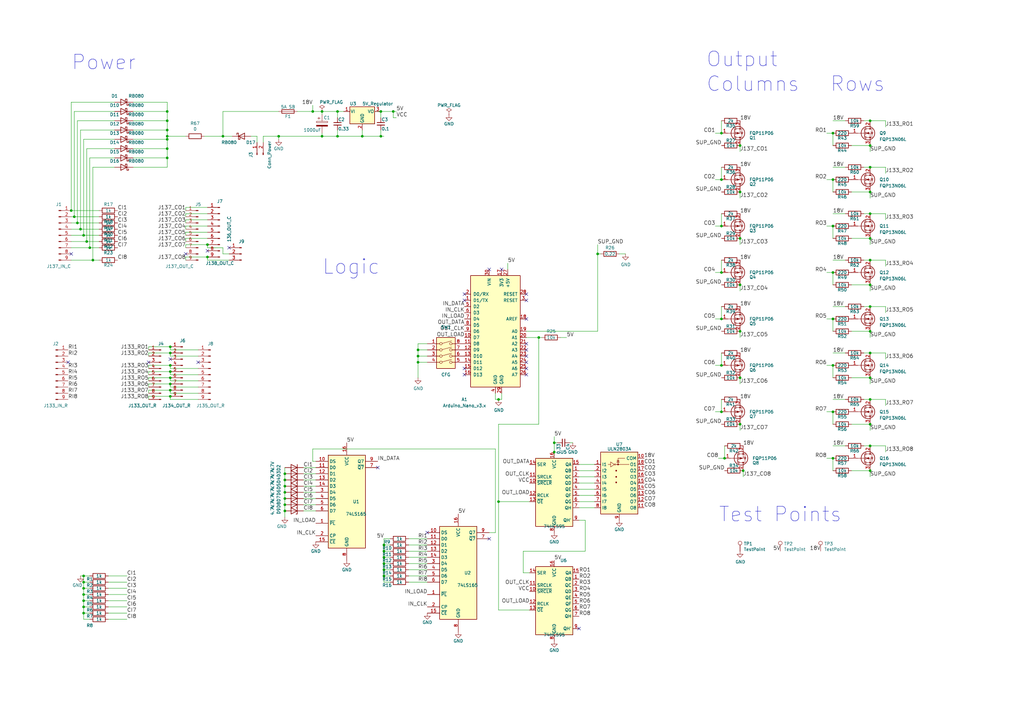
<source format=kicad_sch>
(kicad_sch (version 20211123) (generator eeschema)
  (paper "A3")
  (title_block (title "afterglow") (rev "1.5") (company "bitfield labs"))
  (junction (at 356.87 68.58))
  (junction (at 69.85 144.78))
  (junction (at 34.29 246.38))
  (junction (at 297.18 187.96))
  (junction (at 132.08 45.72))
  (junction (at 303.53 135.89))
  (junction (at 68.58 64.77))
  (junction (at 85.09 100.33))
  (junction (at 356.87 78.74))
  (junction (at 295.91 130.81))
  (junction (at 34.29 96.52))
  (junction (at 295.91 54.61))
  (junction (at 157.48 228.6))
  (junction (at 341.63 92.71))
  (junction (at 34.29 251.46))
  (junction (at 341.63 168.91))
  (junction (at 303.53 59.69))
  (junction (at 31.75 91.44))
  (junction (at 34.29 238.76))
  (junction (at 295.91 92.71))
  (junction (at 116.84 201.93))
  (junction (at 171.45 146.05))
  (junction (at 68.58 45.72))
  (junction (at 69.85 162.56))
  (junction (at 68.58 57.15))
  (junction (at 91.44 55.88))
  (junction (at 356.87 163.83))
  (junction (at 161.29 45.72))
  (junction (at 114.3 55.88))
  (junction (at 303.53 78.74))
  (junction (at 157.48 226.06))
  (junction (at 156.21 45.72))
  (junction (at 69.85 142.24))
  (junction (at 34.29 243.84))
  (junction (at 304.8 193.04))
  (junction (at 30.48 88.9))
  (junction (at 295.91 73.66))
  (junction (at 303.53 97.79))
  (junction (at 303.53 116.84))
  (junction (at 171.45 143.51))
  (junction (at 157.48 236.22))
  (junction (at 69.85 157.48))
  (junction (at 138.43 45.72))
  (junction (at 220.98 138.43))
  (junction (at 171.45 148.59))
  (junction (at 356.87 97.79))
  (junction (at 68.58 53.34))
  (junction (at 341.63 149.86))
  (junction (at 138.43 55.88))
  (junction (at 356.87 154.94))
  (junction (at 157.48 223.52))
  (junction (at 34.29 241.3))
  (junction (at 245.11 104.14))
  (junction (at 204.47 163.83))
  (junction (at 227.33 185.42))
  (junction (at 38.1 106.68))
  (junction (at 204.47 205.74))
  (junction (at 29.21 86.36))
  (junction (at 85.09 105.41))
  (junction (at 356.87 193.04))
  (junction (at 128.27 45.72))
  (junction (at 34.29 248.92))
  (junction (at 132.08 55.88))
  (junction (at 35.56 99.06))
  (junction (at 116.84 199.39))
  (junction (at 148.59 55.88))
  (junction (at 356.87 182.88))
  (junction (at 356.87 116.84))
  (junction (at 303.53 173.99))
  (junction (at 356.87 87.63))
  (junction (at 356.87 59.69))
  (junction (at 34.29 236.22))
  (junction (at 69.85 152.4))
  (junction (at 341.63 54.61))
  (junction (at 341.63 73.66))
  (junction (at 116.84 207.01))
  (junction (at 295.91 149.86))
  (junction (at 295.91 111.76))
  (junction (at 116.84 204.47))
  (junction (at 116.84 196.85))
  (junction (at 341.63 111.76))
  (junction (at 356.87 173.99))
  (junction (at 356.87 135.89))
  (junction (at 116.84 209.55))
  (junction (at 156.21 55.88))
  (junction (at 33.02 93.98))
  (junction (at 68.58 60.96))
  (junction (at 68.58 49.53))
  (junction (at 69.85 154.94))
  (junction (at 356.87 144.78))
  (junction (at 356.87 49.53))
  (junction (at 157.48 231.14))
  (junction (at 295.91 168.91))
  (junction (at 36.83 101.6))
  (junction (at 69.85 149.86))
  (junction (at 341.63 130.81))
  (junction (at 157.48 233.68))
  (junction (at 68.58 55.88))
  (junction (at 303.53 154.94))
  (junction (at 356.87 125.73))
  (junction (at 341.63 187.96))
  (junction (at 356.87 106.68))
  (junction (at 69.85 160.02))
  (junction (at 227.33 181.61))
  (junction (at 116.84 194.31))
  (no_connect (at 215.9 143.51))
  (no_connect (at 175.26 218.44))
  (no_connect (at 76.2 104.14))
  (no_connect (at 154.94 191.77))
  (no_connect (at 215.9 140.97))
  (no_connect (at 200.66 220.98))
  (no_connect (at 85.09 102.87))
  (no_connect (at 190.5 153.67))
  (no_connect (at 200.66 110.49))
  (no_connect (at 215.9 120.65))
  (no_connect (at 93.98 101.6))
  (no_connect (at 215.9 148.59))
  (no_connect (at 29.21 104.14))
  (no_connect (at 205.74 110.49))
  (no_connect (at 69.85 147.32))
  (no_connect (at 81.28 148.59))
  (no_connect (at 215.9 130.81))
  (no_connect (at 190.5 123.19))
  (no_connect (at 27.94 148.59))
  (no_connect (at 215.9 146.05))
  (no_connect (at 190.5 120.65))
  (no_connect (at 190.5 151.13))
  (no_connect (at 215.9 123.19))
  (no_connect (at 215.9 151.13))
  (no_connect (at 215.9 153.67))
  (no_connect (at 237.49 257.81))
  (no_connect (at 60.96 148.59))
  (wire (pts (xy 107.95 58.42) (xy 107.95 55.88)))
  (wire (pts (xy 69.85 152.4) (xy 60.96 152.4)))
  (wire (pts (xy 54.61 45.72) (xy 68.58 45.72)))
  (wire (pts (xy 157.48 220.98) (xy 157.48 223.52)))
  (wire (pts (xy 68.58 41.91) (xy 68.58 45.72)))
  (wire (pts (xy 76.2 92.71) (xy 76.2 93.98)))
  (wire (pts (xy 356.87 163.83) (xy 363.22 163.83)))
  (wire (pts (xy 69.85 158.75) (xy 69.85 157.48)))
  (wire (pts (xy 69.85 153.67) (xy 69.85 152.4)))
  (wire (pts (xy 363.22 163.83) (xy 363.22 166.37)))
  (wire (pts (xy 303.53 116.84) (xy 303.53 119.38)))
  (wire (pts (xy 34.29 96.52) (xy 34.29 57.15)))
  (wire (pts (xy 85.09 105.41) (xy 76.2 105.41)))
  (wire (pts (xy 69.85 154.94) (xy 60.96 154.94)))
  (wire (pts (xy 30.48 88.9) (xy 29.21 88.9)))
  (wire (pts (xy 52.07 248.92) (xy 44.45 248.92)))
  (wire (pts (xy 161.29 48.26) (xy 162.56 48.26)))
  (wire (pts (xy 81.28 143.51) (xy 69.85 143.51)))
  (wire (pts (xy 69.85 143.51) (xy 69.85 142.24)))
  (wire (pts (xy 341.63 144.78) (xy 346.71 144.78)))
  (wire (pts (xy 303.53 78.74) (xy 303.53 81.28)))
  (wire (pts (xy 121.92 45.72) (xy 128.27 45.72)))
  (wire (pts (xy 116.84 196.85) (xy 116.84 199.39)))
  (wire (pts (xy 303.53 59.69) (xy 303.53 62.23)))
  (wire (pts (xy 60.96 152.4) (xy 60.96 153.67)))
  (wire (pts (xy 341.63 182.88) (xy 346.71 182.88)))
  (wire (pts (xy 148.59 55.88) (xy 156.21 55.88)))
  (wire (pts (xy 116.84 194.31) (xy 116.84 196.85)))
  (wire (pts (xy 157.48 238.76) (xy 160.02 238.76)))
  (wire (pts (xy 341.63 130.81) (xy 339.09 130.81)))
  (wire (pts (xy 69.85 163.83) (xy 81.28 163.83)))
  (wire (pts (xy 69.85 144.78) (xy 60.96 144.78)))
  (wire (pts (xy 346.71 106.68) (xy 341.63 106.68)))
  (wire (pts (xy 243.84 198.12) (xy 237.49 198.12)))
  (wire (pts (xy 85.09 100.33) (xy 76.2 100.33)))
  (wire (pts (xy 354.33 87.63) (xy 356.87 87.63)))
  (wire (pts (xy 34.29 248.92) (xy 34.29 251.46)))
  (wire (pts (xy 227.33 181.61) (xy 227.33 185.42)))
  (wire (pts (xy 95.25 55.88) (xy 91.44 55.88)))
  (wire (pts (xy 356.87 97.79) (xy 356.87 100.33)))
  (wire (pts (xy 245.11 104.14) (xy 246.38 104.14)))
  (wire (pts (xy 157.48 231.14) (xy 157.48 233.68)))
  (wire (pts (xy 129.54 196.85) (xy 124.46 196.85)))
  (wire (pts (xy 293.37 54.61) (xy 295.91 54.61)))
  (wire (pts (xy 34.29 236.22) (xy 36.83 236.22)))
  (wire (pts (xy 356.87 78.74) (xy 356.87 81.28)))
  (wire (pts (xy 69.85 151.13) (xy 69.85 149.86)))
  (wire (pts (xy 356.87 106.68) (xy 363.22 106.68)))
  (wire (pts (xy 30.48 88.9) (xy 30.48 45.72)))
  (wire (pts (xy 303.53 135.89) (xy 303.53 138.43)))
  (wire (pts (xy 69.85 160.02) (xy 60.96 160.02)))
  (wire (pts (xy 36.83 101.6) (xy 36.83 64.77)))
  (wire (pts (xy 52.07 251.46) (xy 44.45 251.46)))
  (wire (pts (xy 129.54 189.23) (xy 128.27 189.23)))
  (wire (pts (xy 363.22 182.88) (xy 363.22 185.42)))
  (wire (pts (xy 116.84 204.47) (xy 116.84 207.01)))
  (wire (pts (xy 33.02 53.34) (xy 46.99 53.34)))
  (wire (pts (xy 175.26 146.05) (xy 171.45 146.05)))
  (wire (pts (xy 356.87 68.58) (xy 363.22 68.58)))
  (wire (pts (xy 54.61 57.15) (xy 68.58 57.15)))
  (wire (pts (xy 341.63 49.53) (xy 346.71 49.53)))
  (wire (pts (xy 157.48 236.22) (xy 157.48 238.76)))
  (wire (pts (xy 157.48 233.68) (xy 157.48 236.22)))
  (wire (pts (xy 341.63 92.71) (xy 339.09 92.71)))
  (wire (pts (xy 363.22 49.53) (xy 363.22 52.07)))
  (wire (pts (xy 303.53 173.99) (xy 303.53 176.53)))
  (wire (pts (xy 85.09 95.25) (xy 76.2 95.25)))
  (wire (pts (xy 68.58 45.72) (xy 68.58 49.53)))
  (wire (pts (xy 341.63 163.83) (xy 346.71 163.83)))
  (wire (pts (xy 129.54 194.31) (xy 124.46 194.31)))
  (wire (pts (xy 203.2 218.44) (xy 203.2 184.15)))
  (wire (pts (xy 167.64 226.06) (xy 175.26 226.06)))
  (wire (pts (xy 341.63 87.63) (xy 346.71 87.63)))
  (wire (pts (xy 203.2 161.29) (xy 203.2 163.83)))
  (wire (pts (xy 34.29 238.76) (xy 34.29 241.3)))
  (wire (pts (xy 157.48 226.06) (xy 157.48 228.6)))
  (wire (pts (xy 215.9 138.43) (xy 220.98 138.43)))
  (wire (pts (xy 295.91 168.91) (xy 295.91 163.83)))
  (wire (pts (xy 138.43 53.34) (xy 138.43 55.88)))
  (wire (pts (xy 161.29 45.72) (xy 162.56 45.72)))
  (wire (pts (xy 341.63 68.58) (xy 346.71 68.58)))
  (wire (pts (xy 157.48 226.06) (xy 160.02 226.06)))
  (wire (pts (xy 76.2 97.79) (xy 76.2 99.06)))
  (wire (pts (xy 233.68 181.61) (xy 234.95 181.61)))
  (wire (pts (xy 349.25 78.74) (xy 356.87 78.74)))
  (wire (pts (xy 114.3 55.88) (xy 132.08 55.88)))
  (wire (pts (xy 60.96 162.56) (xy 60.96 163.83)))
  (wire (pts (xy 83.82 55.88) (xy 91.44 55.88)))
  (wire (pts (xy 35.56 99.06) (xy 35.56 60.96)))
  (wire (pts (xy 54.61 41.91) (xy 68.58 41.91)))
  (wire (pts (xy 156.21 45.72) (xy 161.29 45.72)))
  (wire (pts (xy 171.45 146.05) (xy 171.45 148.59)))
  (wire (pts (xy 354.33 68.58) (xy 356.87 68.58)))
  (wire (pts (xy 52.07 243.84) (xy 44.45 243.84)))
  (wire (pts (xy 29.21 99.06) (xy 35.56 99.06)))
  (wire (pts (xy 76.2 85.09) (xy 85.09 85.09)))
  (wire (pts (xy 68.58 57.15) (xy 68.58 60.96)))
  (wire (pts (xy 356.87 59.69) (xy 356.87 62.23)))
  (wire (pts (xy 356.87 173.99) (xy 356.87 176.53)))
  (wire (pts (xy 171.45 143.51) (xy 171.45 146.05)))
  (wire (pts (xy 156.21 55.88) (xy 157.48 55.88)))
  (wire (pts (xy 245.11 104.14) (xy 245.11 135.89)))
  (wire (pts (xy 175.26 223.52) (xy 167.64 223.52)))
  (wire (pts (xy 354.33 49.53) (xy 356.87 49.53)))
  (wire (pts (xy 35.56 60.96) (xy 46.99 60.96)))
  (wire (pts (xy 34.29 57.15) (xy 46.99 57.15)))
  (wire (pts (xy 237.49 208.28) (xy 243.84 208.28)))
  (wire (pts (xy 254 104.14) (xy 256.54 104.14)))
  (wire (pts (xy 167.64 236.22) (xy 175.26 236.22)))
  (wire (pts (xy 68.58 49.53) (xy 68.58 53.34)))
  (wire (pts (xy 33.02 236.22) (xy 34.29 236.22)))
  (wire (pts (xy 69.85 146.05) (xy 69.85 144.78)))
  (wire (pts (xy 60.96 154.94) (xy 60.96 156.21)))
  (wire (pts (xy 116.84 201.93) (xy 116.84 204.47)))
  (wire (pts (xy 175.26 233.68) (xy 167.64 233.68)))
  (wire (pts (xy 356.87 116.84) (xy 356.87 119.38)))
  (wire (pts (xy 295.91 92.71) (xy 293.37 92.71)))
  (wire (pts (xy 116.84 209.55) (xy 116.84 212.09)))
  (wire (pts (xy 293.37 168.91) (xy 295.91 168.91)))
  (wire (pts (xy 160.02 220.98) (xy 157.48 220.98)))
  (wire (pts (xy 68.58 55.88) (xy 76.2 55.88)))
  (wire (pts (xy 54.61 64.77) (xy 68.58 64.77)))
  (wire (pts (xy 297.18 187.96) (xy 294.64 187.96)))
  (wire (pts (xy 81.28 161.29) (xy 69.85 161.29)))
  (wire (pts (xy 227.33 181.61) (xy 228.6 181.61)))
  (wire (pts (xy 175.26 140.97) (xy 171.45 140.97)))
  (wire (pts (xy 208.28 110.49) (xy 208.28 107.95)))
  (wire (pts (xy 204.47 163.83) (xy 205.74 163.83)))
  (wire (pts (xy 31.75 49.53) (xy 46.99 49.53)))
  (wire (pts (xy 240.03 226.06) (xy 240.03 213.36)))
  (wire (pts (xy 363.22 87.63) (xy 363.22 90.17)))
  (wire (pts (xy 34.29 246.38) (xy 36.83 246.38)))
  (wire (pts (xy 157.48 236.22) (xy 160.02 236.22)))
  (wire (pts (xy 157.48 228.6) (xy 160.02 228.6)))
  (wire (pts (xy 293.37 149.86) (xy 295.91 149.86)))
  (wire (pts (xy 240.03 213.36) (xy 237.49 213.36)))
  (wire (pts (xy 132.08 45.72) (xy 132.08 46.99)))
  (wire (pts (xy 69.85 149.86) (xy 60.96 149.86)))
  (wire (pts (xy 295.91 130.81) (xy 293.37 130.81)))
  (wire (pts (xy 363.22 144.78) (xy 363.22 147.32)))
  (wire (pts (xy 156.21 45.72) (xy 156.21 48.26)))
  (wire (pts (xy 237.49 195.58) (xy 243.84 195.58)))
  (wire (pts (xy 116.84 199.39) (xy 116.84 201.93)))
  (wire (pts (xy 356.87 173.99) (xy 349.25 173.99)))
  (wire (pts (xy 243.84 205.74) (xy 237.49 205.74)))
  (wire (pts (xy 76.2 86.36) (xy 76.2 85.09)))
  (wire (pts (xy 132.08 54.61) (xy 132.08 55.88)))
  (wire (pts (xy 68.58 60.96) (xy 68.58 64.77)))
  (wire (pts (xy 44.45 238.76) (xy 52.07 238.76)))
  (wire (pts (xy 341.63 97.79) (xy 341.63 92.71)))
  (wire (pts (xy 33.02 93.98) (xy 40.64 93.98)))
  (wire (pts (xy 220.98 138.43) (xy 220.98 173.99)))
  (wire (pts (xy 124.46 209.55) (xy 129.54 209.55)))
  (wire (pts (xy 129.54 207.01) (xy 124.46 207.01)))
  (wire (pts (xy 81.28 153.67) (xy 69.85 153.67)))
  (wire (pts (xy 171.45 148.59) (xy 171.45 154.94)))
  (wire (pts (xy 341.63 187.96) (xy 339.09 187.96)))
  (wire (pts (xy 349.25 116.84) (xy 356.87 116.84)))
  (wire (pts (xy 35.56 99.06) (xy 40.64 99.06)))
  (wire (pts (xy 60.96 144.78) (xy 60.96 146.05)))
  (wire (pts (xy 34.29 248.92) (xy 36.83 248.92)))
  (wire (pts (xy 29.21 93.98) (xy 33.02 93.98)))
  (wire (pts (xy 356.87 182.88) (xy 363.22 182.88)))
  (wire (pts (xy 76.2 88.9) (xy 76.2 87.63)))
  (wire (pts (xy 243.84 193.04) (xy 237.49 193.04)))
  (wire (pts (xy 349.25 193.04) (xy 356.87 193.04)))
  (wire (pts (xy 215.9 135.89) (xy 245.11 135.89)))
  (wire (pts (xy 160.02 223.52) (xy 157.48 223.52)))
  (wire (pts (xy 354.33 125.73) (xy 356.87 125.73)))
  (wire (pts (xy 157.48 228.6) (xy 157.48 231.14)))
  (wire (pts (xy 303.53 97.79) (xy 303.53 100.33)))
  (wire (pts (xy 29.21 41.91) (xy 46.99 41.91)))
  (wire (pts (xy 356.87 144.78) (xy 363.22 144.78)))
  (wire (pts (xy 34.29 246.38) (xy 34.29 248.92)))
  (wire (pts (xy 60.96 160.02) (xy 60.96 161.29)))
  (wire (pts (xy 363.22 106.68) (xy 363.22 109.22)))
  (wire (pts (xy 167.64 231.14) (xy 175.26 231.14)))
  (wire (pts (xy 132.08 55.88) (xy 138.43 55.88)))
  (wire (pts (xy 356.87 193.04) (xy 356.87 195.58)))
  (wire (pts (xy 30.48 45.72) (xy 46.99 45.72)))
  (wire (pts (xy 175.26 148.59) (xy 171.45 148.59)))
  (wire (pts (xy 204.47 250.19) (xy 217.17 250.19)))
  (wire (pts (xy 31.75 91.44) (xy 40.64 91.44)))
  (wire (pts (xy 341.63 149.86) (xy 339.09 149.86)))
  (wire (pts (xy 295.91 111.76) (xy 293.37 111.76)))
  (wire (pts (xy 68.58 53.34) (xy 68.58 55.88)))
  (wire (pts (xy 229.87 138.43) (xy 232.41 138.43)))
  (wire (pts (xy 85.09 92.71) (xy 76.2 92.71)))
  (wire (pts (xy 68.58 55.88) (xy 68.58 57.15)))
  (wire (pts (xy 204.47 250.19) (xy 204.47 205.74)))
  (wire (pts (xy 237.49 200.66) (xy 243.84 200.66)))
  (wire (pts (xy 69.85 157.48) (xy 60.96 157.48)))
  (wire (pts (xy 44.45 254) (xy 52.07 254)))
  (wire (pts (xy 34.29 254) (xy 36.83 254)))
  (wire (pts (xy 341.63 111.76) (xy 341.63 116.84)))
  (wire (pts (xy 203.2 163.83) (xy 204.47 163.83)))
  (wire (pts (xy 54.61 60.96) (xy 68.58 60.96)))
  (wire (pts (xy 356.87 87.63) (xy 363.22 87.63)))
  (wire (pts (xy 69.85 163.83) (xy 69.85 162.56)))
  (wire (pts (xy 341.63 111.76) (xy 339.09 111.76)))
  (wire (pts (xy 30.48 88.9) (xy 40.64 88.9)))
  (wire (pts (xy 156.21 55.88) (xy 156.21 53.34)))
  (wire (pts (xy 205.74 163.83) (xy 205.74 161.29)))
  (wire (pts (xy 214.63 226.06) (xy 240.03 226.06)))
  (wire (pts (xy 128.27 45.72) (xy 132.08 45.72)))
  (wire (pts (xy 214.63 234.95) (xy 214.63 226.06)))
  (wire (pts (xy 349.25 97.79) (xy 356.87 97.79)))
  (wire (pts (xy 124.46 199.39) (xy 129.54 199.39)))
  (wire (pts (xy 363.22 125.73) (xy 363.22 128.27)))
  (wire (pts (xy 341.63 168.91) (xy 339.09 168.91)))
  (wire (pts (xy 295.91 87.63) (xy 295.91 92.71)))
  (wire (pts (xy 341.63 193.04) (xy 341.63 187.96)))
  (wire (pts (xy 76.2 87.63) (xy 85.09 87.63)))
  (wire (pts (xy 91.44 104.14) (xy 91.44 101.6)))
  (wire (pts (xy 76.2 91.44) (xy 76.2 90.17)))
  (wire (pts (xy 34.29 96.52) (xy 29.21 96.52)))
  (wire (pts (xy 29.21 86.36) (xy 40.64 86.36)))
  (wire (pts (xy 85.09 106.68) (xy 85.09 105.41)))
  (wire (pts (xy 175.26 238.76) (xy 167.64 238.76)))
  (wire (pts (xy 237.49 190.5) (xy 243.84 190.5)))
  (wire (pts (xy 44.45 236.22) (xy 52.07 236.22)))
  (wire (pts (xy 356.87 125.73) (xy 363.22 125.73)))
  (wire (pts (xy 200.66 218.44) (xy 203.2 218.44)))
  (wire (pts (xy 128.27 43.18) (xy 128.27 45.72)))
  (wire (pts (xy 76.2 105.41) (xy 76.2 106.68)))
  (wire (pts (xy 128.27 184.15) (xy 203.2 184.15)))
  (wire (pts (xy 38.1 106.68) (xy 40.64 106.68)))
  (wire (pts (xy 171.45 140.97) (xy 171.45 143.51)))
  (wire (pts (xy 36.83 238.76) (xy 34.29 238.76)))
  (wire (pts (xy 341.63 59.69) (xy 341.63 54.61)))
  (wire (pts (xy 128.27 189.23) (xy 128.27 184.15)))
  (wire (pts (xy 93.98 106.68) (xy 85.09 106.68)))
  (wire (pts (xy 29.21 91.44) (xy 31.75 91.44)))
  (wire (pts (xy 132.08 45.72) (xy 138.43 45.72)))
  (wire (pts (xy 36.83 101.6) (xy 40.64 101.6)))
  (wire (pts (xy 34.29 241.3) (xy 34.29 243.84)))
  (wire (pts (xy 68.58 64.77) (xy 68.58 68.58)))
  (wire (pts (xy 29.21 101.6) (xy 36.83 101.6)))
  (wire (pts (xy 227.33 185.42) (xy 227.33 187.96)))
  (wire (pts (xy 69.85 142.24) (xy 60.96 142.24)))
  (wire (pts (xy 349.25 59.69) (xy 356.87 59.69)))
  (wire (pts (xy 69.85 161.29) (xy 69.85 160.02)))
  (wire (pts (xy 217.17 234.95) (xy 214.63 234.95)))
  (wire (pts (xy 354.33 163.83) (xy 356.87 163.83)))
  (wire (pts (xy 54.61 49.53) (xy 68.58 49.53)))
  (wire (pts (xy 356.87 135.89) (xy 356.87 138.43)))
  (wire (pts (xy 204.47 173.99) (xy 204.47 205.74)))
  (wire (pts (xy 304.8 193.04) (xy 304.8 195.58)))
  (wire (pts (xy 148.59 53.34) (xy 148.59 55.88)))
  (wire (pts (xy 303.53 154.94) (xy 303.53 157.48)))
  (wire (pts (xy 102.87 55.88) (xy 105.41 55.88)))
  (wire (pts (xy 227.33 181.61) (xy 227.33 179.07)))
  (wire (pts (xy 175.26 143.51) (xy 171.45 143.51)))
  (wire (pts (xy 29.21 86.36) (xy 29.21 41.91)))
  (wire (pts (xy 157.48 231.14) (xy 160.02 231.14)))
  (wire (pts (xy 34.29 243.84) (xy 34.29 246.38)))
  (wire (pts (xy 60.96 157.48) (xy 60.96 158.75)))
  (wire (pts (xy 220.98 138.43) (xy 222.25 138.43)))
  (wire (pts (xy 116.84 191.77) (xy 116.84 194.31)))
  (wire (pts (xy 124.46 191.77) (xy 129.54 191.77)))
  (wire (pts (xy 138.43 45.72) (xy 138.43 48.26)))
  (wire (pts (xy 91.44 45.72) (xy 114.3 45.72)))
  (wire (pts (xy 220.98 173.99) (xy 204.47 173.99)))
  (wire (pts (xy 81.28 156.21) (xy 69.85 156.21)))
  (wire (pts (xy 346.71 125.73) (xy 341.63 125.73)))
  (wire (pts (xy 341.63 54.61) (xy 339.09 54.61)))
  (wire (pts (xy 363.22 68.58) (xy 363.22 71.12)))
  (wire (pts (xy 34.29 251.46) (xy 34.29 254)))
  (wire (pts (xy 36.83 64.77) (xy 46.99 64.77)))
  (wire (pts (xy 154.94 45.72) (xy 156.21 45.72)))
  (wire (pts (xy 76.2 100.33) (xy 76.2 101.6)))
  (wire (pts (xy 167.64 220.98) (xy 175.26 220.98)))
  (wire (pts (xy 341.63 173.99) (xy 341.63 168.91)))
  (wire (pts (xy 341.63 130.81) (xy 341.63 135.89)))
  (wire (pts (xy 297.18 182.88) (xy 297.18 187.96)))
  (wire (pts (xy 114.3 55.88) (xy 114.3 57.15)))
  (wire (pts (xy 157.48 233.68) (xy 160.02 233.68)))
  (wire (pts (xy 33.02 93.98) (xy 33.02 53.34)))
  (wire (pts (xy 157.48 223.52) (xy 157.48 226.06)))
  (wire (pts (xy 81.28 151.13) (xy 69.85 151.13)))
  (wire (pts (xy 91.44 55.88) (xy 91.44 45.72)))
  (wire (pts (xy 138.43 45.72) (xy 140.97 45.72)))
  (wire (pts (xy 349.25 135.89) (xy 356.87 135.89)))
  (wire (pts (xy 138.43 55.88) (xy 148.59 55.88)))
  (wire (pts (xy 354.33 182.88) (xy 356.87 182.88)))
  (wire (pts (xy 69.85 162.56) (xy 60.96 162.56)))
  (wire (pts (xy 34.29 241.3) (xy 36.83 241.3)))
  (wire (pts (xy 116.84 207.01) (xy 116.84 209.55)))
  (wire (pts (xy 341.63 78.74) (xy 341.63 73.66)))
  (wire (pts (xy 60.96 149.86) (xy 60.96 151.13)))
  (wire (pts (xy 34.29 96.52) (xy 40.64 96.52)))
  (wire (pts (xy 34.29 236.22) (xy 34.29 238.76)))
  (wire (pts (xy 44.45 241.3) (xy 52.07 241.3)))
  (wire (pts (xy 91.44 101.6) (xy 85.09 101.6)))
  (wire (pts (xy 295.91 149.86) (xy 295.91 144.78)))
  (wire (pts (xy 38.1 68.58) (xy 46.99 68.58)))
  (wire (pts (xy 124.46 204.47) (xy 129.54 204.47)))
  (wire (pts (xy 68.58 68.58) (xy 54.61 68.58)))
  (wire (pts (xy 105.41 55.88) (xy 105.41 58.42)))
  (wire (pts (xy 76.2 95.25) (xy 76.2 96.52)))
  (wire (pts (xy 356.87 49.53) (xy 363.22 49.53)))
  (wire (pts (xy 54.61 53.34) (xy 68.58 53.34)))
  (wire (pts (xy 295.91 125.73) (xy 295.91 130.81)))
  (wire (pts (xy 354.33 144.78) (xy 356.87 144.78)))
  (wire (pts (xy 34.29 243.84) (xy 36.83 243.84)))
  (wire (pts (xy 34.29 251.46) (xy 36.83 251.46)))
  (wire (pts (xy 349.25 154.94) (xy 356.87 154.94)))
  (wire (pts (xy 93.98 104.14) (xy 91.44 104.14)))
  (wire (pts (xy 29.21 106.68) (xy 38.1 106.68)))
  (wire (pts (xy 85.09 101.6) (xy 85.09 100.33)))
  (wire (pts (xy 69.85 156.21) (xy 69.85 154.94)))
  (wire (pts (xy 81.28 146.05) (xy 69.85 146.05)))
  (wire (pts (xy 161.29 45.72) (xy 161.29 48.26)))
  (wire (pts (xy 107.95 55.88) (xy 114.3 55.88)))
  (wire (pts (xy 295.91 73.66) (xy 293.37 73.66)))
  (wire (pts (xy 31.75 91.44) (xy 31.75 49.53)))
  (wire (pts (xy 175.26 228.6) (xy 167.64 228.6)))
  (wire (pts (xy 217.17 205.74) (xy 204.47 205.74)))
  (wire (pts (xy 76.2 90.17) (xy 85.09 90.17)))
  (wire (pts (xy 295.91 106.68) (xy 295.91 111.76)))
  (wire (pts (xy 341.63 149.86) (xy 341.63 154.94)))
  (wire (pts (xy 341.63 73.66) (xy 339.09 73.66)))
  (wire (pts (xy 60.96 142.24) (xy 60.96 143.51)))
  (wire (pts (xy 295.91 68.58) (xy 295.91 73.66)))
  (wire (pts (xy 81.28 158.75) (xy 69.85 158.75)))
  (wire (pts (xy 85.09 97.79) (xy 76.2 97.79)))
  (wire (pts (xy 354.33 106.68) (xy 356.87 106.68)))
  (wire (pts (xy 356.87 154.94) (xy 356.87 157.48)))
  (wire (pts (xy 44.45 246.38) (xy 52.07 246.38)))
  (wire (pts (xy 38.1 106.68) (xy 38.1 68.58)))
  (wire (pts (xy 129.54 201.93) (xy 124.46 201.93)))
  (wire (pts (xy 295.91 54.61) (xy 295.91 49.53)))
  (wire (pts (xy 245.11 104.14) (xy 245.11 100.33)))
  (wire (pts (xy 237.49 203.2) (xy 243.84 203.2)))
  (text "Rows" (at 340.36 38.1 0) (effects (font (size 5.9944 5.9944)) (justify left bottom)))
  (text "Columns" (at 289.56 38.1 0) (effects (font (size 5.9944 5.9944)) (justify left bottom)))
  (text "Logic" (at 132.08 113.03 0) (effects (font (size 5.9944 5.9944)) (justify left bottom)))
  (text "Test Points" (at 294.64 214.63 0) (effects (font (size 5.9944 5.9944)) (justify left bottom)))
  (text "Power" (at 29.21 29.21 0) (effects (font (size 5.9944 5.9944)) (justify left bottom)))
  (text "Output" (at 289.56 27.94 0) (effects (font (size 5.9944 5.9944)) (justify left bottom)))
  (label "J137_CO1" (at 303.53 62.23 0) (effects (font (size 1.524 1.524))))
  (label "J133_RO8" (at 60.96 163.83 180) (effects (font (size 1.524 1.524))))
  (label "18V" (at 303.53 49.53 0) (effects (font (size 1.524 1.524))))
  (label "CO8" (at 264.16 208.28 0) (effects (font (size 1.524 1.524))))
  (label "RI6" (at 27.94 158.75 0) (effects (font (size 1.524 1.524))))
  (label "RI1" (at 171.45 220.98 0) (effects (font (size 1.524 1.524))))
  (label "J137_CO2" (at 76.2 88.9 180) (effects (font (size 1.524 1.524))))
  (label "CI7" (at 52.07 251.46 0) (effects (font (size 1.524 1.524))))
  (label "CI4" (at 52.07 243.84 0) (effects (font (size 1.524 1.524))))
  (label "CI4" (at 48.26 93.98 0) (effects (font (size 1.524 1.524))))
  (label "SUP_GND" (at 295.91 173.99 180) (effects (font (size 1.524 1.524))))
  (label "CI6" (at 52.07 248.92 0) (effects (font (size 1.524 1.524))))
  (label "RO3" (at 339.09 92.71 180) (effects (font (size 1.524 1.524))))
  (label "5V" (at 157.48 220.98 180) (effects (font (size 1.524 1.524))))
  (label "CO3" (at 293.37 92.71 180) (effects (font (size 1.524 1.524))))
  (label "J133_RO5" (at 60.96 156.21 180) (effects (font (size 1.524 1.524))))
  (label "SUP_GND" (at 295.91 97.79 180) (effects (font (size 1.524 1.524))))
  (label "CI2" (at 124.46 194.31 0) (effects (font (size 1.524 1.524))))
  (label "RO3" (at 237.49 240.03 0) (effects (font (size 1.524 1.524))))
  (label "VCC" (at 217.17 198.12 180) (effects (font (size 1.524 1.524))))
  (label "CO8" (at 294.64 187.96 180) (effects (font (size 1.524 1.524))))
  (label "CI2" (at 48.26 88.9 0) (effects (font (size 1.524 1.524))))
  (label "J137_CO6" (at 303.53 157.48 0) (effects (font (size 1.524 1.524))))
  (label "RI8" (at 27.94 163.83 0) (effects (font (size 1.524 1.524))))
  (label "OUT_CLK" (at 217.17 195.58 180) (effects (font (size 1.524 1.524))))
  (label "RO5" (at 339.09 130.81 180) (effects (font (size 1.524 1.524))))
  (label "J133_RO4" (at 60.96 153.67 180) (effects (font (size 1.524 1.524))))
  (label "18V" (at 341.63 163.83 0) (effects (font (size 1.524 1.524))))
  (label "RI4" (at 27.94 153.67 0) (effects (font (size 1.524 1.524))))
  (label "5V" (at 142.24 181.61 0) (effects (font (size 1.524 1.524))))
  (label "J137_CO8" (at 304.8 195.58 0) (effects (font (size 1.524 1.524))))
  (label "J133_RO6" (at 363.22 147.32 0) (effects (font (size 1.524 1.524))))
  (label "18V" (at 336.55 226.06 180) (effects (font (size 1.524 1.524))))
  (label "5V" (at 227.33 179.07 0) (effects (font (size 1.524 1.524))))
  (label "CI8" (at 52.07 254 0) (effects (font (size 1.524 1.524))))
  (label "RO2" (at 237.49 237.49 0) (effects (font (size 1.524 1.524))))
  (label "SUP_GND" (at 295.91 135.89 180) (effects (font (size 1.524 1.524))))
  (label "RO4" (at 339.09 111.76 180) (effects (font (size 1.524 1.524))))
  (label "CI5" (at 48.26 96.52 0) (effects (font (size 1.524 1.524))))
  (label "SUP_GND" (at 295.91 116.84 180) (effects (font (size 1.524 1.524))))
  (label "IN_CLK" (at 175.26 248.92 180) (effects (font (size 1.524 1.524))))
  (label "CO4" (at 264.16 198.12 0) (effects (font (size 1.524 1.524))))
  (label "18V" (at 128.27 43.18 180) (effects (font (size 1.524 1.524))))
  (label "CO1" (at 264.16 190.5 0) (effects (font (size 1.524 1.524))))
  (label "IN_LOAD" (at 175.26 243.84 180) (effects (font (size 1.524 1.524))))
  (label "J133_RO6" (at 60.96 158.75 180) (effects (font (size 1.524 1.524))))
  (label "IN_DATA" (at 154.94 189.23 0) (effects (font (size 1.524 1.524))))
  (label "IN_LOAD" (at 190.5 130.81 180) (effects (font (size 1.524 1.524))))
  (label "RO8" (at 339.09 187.96 180) (effects (font (size 1.524 1.524))))
  (label "VCC" (at 217.17 242.57 180) (effects (font (size 1.524 1.524))))
  (label "CO3" (at 264.16 195.58 0) (effects (font (size 1.524 1.524))))
  (label "CI5" (at 52.07 246.38 0) (effects (font (size 1.524 1.524))))
  (label "CI1" (at 52.07 236.22 0) (effects (font (size 1.524 1.524))))
  (label "18V" (at 341.63 182.88 0) (effects (font (size 1.524 1.524))))
  (label "RI3" (at 27.94 151.13 0) (effects (font (size 1.524 1.524))))
  (label "RO6" (at 237.49 247.65 0) (effects (font (size 1.524 1.524))))
  (label "SUP_GND" (at 295.91 78.74 180) (effects (font (size 1.524 1.524))))
  (label "CO6" (at 293.37 149.86 180) (effects (font (size 1.524 1.524))))
  (label "CO5" (at 264.16 200.66 0) (effects (font (size 1.524 1.524))))
  (label "SUP_GND" (at 356.87 195.58 0) (effects (font (size 1.524 1.524))))
  (label "J133_RO3" (at 60.96 151.13 180) (effects (font (size 1.524 1.524))))
  (label "5V" (at 187.96 210.82 0) (effects (font (size 1.524 1.524))))
  (label "CO7" (at 264.16 205.74 0) (effects (font (size 1.524 1.524))))
  (label "SUP_GND" (at 356.87 100.33 0) (effects (font (size 1.524 1.524))))
  (label "CI3" (at 52.07 241.3 0) (effects (font (size 1.524 1.524))))
  (label "RO7" (at 339.09 168.91 180) (effects (font (size 1.524 1.524))))
  (label "RO5" (at 237.49 245.11 0) (effects (font (size 1.524 1.524))))
  (label "CI6" (at 124.46 204.47 0) (effects (font (size 1.524 1.524))))
  (label "CI6" (at 48.26 99.06 0) (effects (font (size 1.524 1.524))))
  (label "J133_RO5" (at 363.22 128.27 0) (effects (font (size 1.524 1.524))))
  (label "RO1" (at 339.09 54.61 180) (effects (font (size 1.524 1.524))))
  (label "SUP_GND" (at 297.18 193.04 180) (effects (font (size 1.524 1.524))))
  (label "RI1" (at 27.94 143.51 0) (effects (font (size 1.524 1.524))))
  (label "RI5" (at 171.45 231.14 0) (effects (font (size 1.524 1.524))))
  (label "5V" (at 227.33 229.87 0) (effects (font (size 1.524 1.524))))
  (label "OUT_CLK" (at 190.5 135.89 180) (effects (font (size 1.524 1.524))))
  (label "18V" (at 303.53 125.73 0) (effects (font (size 1.524 1.524))))
  (label "J137_CO6" (at 76.2 99.06 180) (effects (font (size 1.524 1.524))))
  (label "OUT_CLK" (at 217.17 240.03 180) (effects (font (size 1.524 1.524))))
  (label "J137_CO7" (at 76.2 101.6 180) (effects (font (size 1.524 1.524))))
  (label "J137_CO3" (at 76.2 91.44 180) (effects (font (size 1.524 1.524))))
  (label "CI4" (at 124.46 199.39 0) (effects (font (size 1.524 1.524))))
  (label "SUP_GND" (at 356.87 81.28 0) (effects (font (size 1.524 1.524))))
  (label "IN_LOAD" (at 129.54 214.63 180) (effects (font (size 1.524 1.524))))
  (label "J137_CO7" (at 303.53 176.53 0) (effects (font (size 1.524 1.524))))
  (label "18V" (at 341.63 106.68 0) (effects (font (size 1.524 1.524))))
  (label "CI7" (at 48.26 101.6 0) (effects (font (size 1.524 1.524))))
  (label "CI8" (at 48.26 106.68 0) (effects (font (size 1.524 1.524))))
  (label "RI8" (at 171.45 238.76 0) (effects (font (size 1.524 1.524))))
  (label "CI3" (at 124.46 196.85 0) (effects (font (size 1.524 1.524))))
  (label "J133_RO2" (at 60.96 146.05 180) (effects (font (size 1.524 1.524))))
  (label "J137_CO4" (at 303.53 119.38 0) (effects (font (size 1.524 1.524))))
  (label "J133_RO1" (at 60.96 143.51 180) (effects (font (size 1.524 1.524))))
  (label "18V" (at 303.53 68.58 0) (effects (font (size 1.524 1.524))))
  (label "18V" (at 341.63 49.53 0) (effects (font (size 1.524 1.524))))
  (label "CI1" (at 124.46 191.77 0) (effects (font (size 1.524 1.524))))
  (label "RO2" (at 339.09 73.66 180) (effects (font (size 1.524 1.524))))
  (label "RI5" (at 27.94 156.21 0) (effects (font (size 1.524 1.524))))
  (label "J133_RO8" (at 363.22 185.42 0) (effects (font (size 1.524 1.524))))
  (label "J137_CO5" (at 303.53 138.43 0) (effects (font (size 1.524 1.524))))
  (label "18V" (at 303.53 87.63 0) (effects (font (size 1.524 1.524))))
  (label "J137_CO4" (at 76.2 93.98 180) (effects (font (size 1.524 1.524))))
  (label "RO4" (at 237.49 242.57 0) (effects (font (size 1.524 1.524))))
  (label "5V" (at 320.04 226.06 180) (effects (font (size 1.524 1.524))))
  (label "OUT_LOAD" (at 190.5 138.43 180) (effects (font (size 1.524 1.524))))
  (label "OUT_DATA" (at 190.5 133.35 180) (effects (font (size 1.524 1.524))))
  (label "CO2" (at 293.37 73.66 180) (effects (font (size 1.524 1.524))))
  (label "SUP_GND" (at 356.87 138.43 0) (effects (font (size 1.524 1.524))))
  (label "J137_CO3" (at 303.53 100.33 0) (effects (font (size 1.524 1.524))))
  (label "18V" (at 341.63 87.63 0) (effects (font (size 1.524 1.524))))
  (label "RI6" (at 171.45 233.68 0) (effects (font (size 1.524 1.524))))
  (label "J137_CO2" (at 303.53 81.28 0) (effects (font (size 1.524 1.524))))
  (label "OUT_LOAD" (at 217.17 247.65 180) (effects (font (size 1.524 1.524))))
  (label "IN_CLK" (at 129.54 219.71 180) (effects (font (size 1.524 1.524))))
  (label "CO1" (at 293.37 54.61 180) (effects (font (size 1.524 1.524))))
  (label "IN_DATA" (at 190.5 125.73 180) (effects (font (size 1.524 1.524))))
  (label "18V" (at 341.63 144.78 0) (effects (font (size 1.524 1.524))))
  (label "RI7" (at 171.45 236.22 0) (effects (font (size 1.524 1.524))))
  (label "J133_RO3" (at 363.22 90.17 0) (effects (font (size 1.524 1.524))))
  (label "RI2" (at 27.94 146.05 0) (effects (font (size 1.524 1.524))))
  (label "CI1" (at 48.26 86.36 0) (effects (font (size 1.524 1.524))))
  (label "OUT_LOAD" (at 217.17 203.2 180) (effects (font (size 1.524 1.524))))
  (label "CI2" (at 52.07 238.76 0) (effects (font (size 1.524 1.524))))
  (label "18V" (at 303.53 144.78 0) (effects (font (size 1.524 1.524))))
  (label "18V" (at 341.63 68.58 0) (effects (font (size 1.524 1.524))))
  (label "J133_RO1" (at 363.22 52.07 0) (effects (font (size 1.524 1.524))))
  (label "SUP_GND" (at 295.91 154.94 180) (effects (font (size 1.524 1.524))))
  (label "VCC" (at 162.56 48.26 0) (effects (font (size 1.524 1.524))))
  (label "CO5" (at 293.37 130.81 180) (effects (font (size 1.524 1.524))))
  (label "IN_CLK" (at 190.5 128.27 180) (effects (font (size 1.524 1.524))))
  (label "SUP_GND" (at 356.87 62.23 0) (effects (font (size 1.524 1.524))))
  (label "SUP_GND" (at 245.11 100.33 0) (effects (font (size 1.524 1.524))))
  (label "CI3" (at 48.26 91.44 0) (effects (font (size 1.524 1.524))))
  (label "CI5" (at 124.46 201.93 0) (effects (font (size 1.524 1.524))))
  (label "J137_CO8" (at 76.2 106.68 180) (effects (font (size 1.524 1.524))))
  (label "RI7" (at 27.94 161.29 0) (effects (font (size 1.524 1.524))))
  (label "18V" (at 341.63 125.73 0) (effects (font (size 1.524 1.524))))
  (label "5V" (at 232.41 138.43 0) (effects (font (size 1.524 1.524))))
  (label "J133_RO2" (at 363.22 71.12 0) (effects (font (size 1.524 1.524))))
  (label "SUP_GND" (at 356.87 157.48 0) (effects (font (size 1.524 1.524))))
  (label "CO7" (at 293.37 168.91 180) (effects (font (size 1.524 1.524))))
  (label "18V" (at 303.53 163.83 0) (effects (font (size 1.524 1.524))))
  (label "J133_RO7" (at 363.22 166.37 0) (effects (font (size 1.524 1.524))))
  (label "5V" (at 162.56 45.72 0) (effects (font (size 1.524 1.524))))
  (label "RO7" (at 237.49 250.19 0) (effects (font (size 1.524 1.524))))
  (label "J137_CO5" (at 76.2 96.52 180) (effects (font (size 1.524 1.524))))
  (label "18V" (at 264.16 187.96 0) (effects (font (size 1.524 1.524))))
  (label "RO6" (at 339.09 149.86 180) (effects (font (size 1.524 1.524))))
  (label "CO2" (at 264.16 193.04 0) (effects (font (size 1.524 1.524))))
  (label "CI8" (at 124.46 209.55 0) (effects (font (size 1.524 1.524))))
  (label "RO8" (at 237.49 252.73 0) (effects (font (size 1.524 1.524))))
  (label "CO4" (at 293.37 111.76 180) (effects (font (size 1.524 1.524))))
  (label "SUP_GND" (at 356.87 176.53 0) (effects (font (size 1.524 1.524))))
  (label "RO1" (at 237.49 234.95 0) (effects (font (size 1.524 1.524))))
  (label "RI4" (at 171.45 228.6 0) (effects (font (size 1.524 1.524))))
  (label "OUT_DATA" (at 217.17 190.5 180) (effects (font (size 1.524 1.524))))
  (label "J137_CO1" (at 76.2 86.36 180) (effects (font (size 1.524 1.524))))
  (label "RI3" (at 171.45 226.06 0) (effects (font (size 1.524 1.524))))
  (label "CI7" (at 124.46 207.01 0) (effects (font (size 1.524 1.524))))
  (label "5V" (at 208.28 107.95 0) (effects (font (size 1.524 1.524))))
  (label "18V" (at 304.8 182.88 0) (effects (font (size 1.524 1.524))))
  (label "J133_RO4" (at 363.22 109.22 0) (effects (font (size 1.524 1.524))))
  (label "CO6" (at 264.16 203.2 0) (effects (font (size 1.524 1.524))))
  (label "J133_RO7" (at 60.96 161.29 180) (effects (font (size 1.524 1.524))))
  (label "SUP_GND" (at 356.87 119.38 0) (effects (font (size 1.524 1.524))))
  (label "RI2" (at 171.45 223.52 0) (effects (font (size 1.524 1.524))))
  (label "18V" (at 303.53 106.68 0) (effects (font (size 1.524 1.524))))
  (label "SUP_GND" (at 295.91 59.69 180) (effects (font (size 1.524 1.524))))
  (symbol (lib_id "Connector:Conn_01x09_Male") (at 24.13 96.52 0) (unit 1)
    (property "Reference" "J1" (at 24.13 83.82 0))
    (property "Value" "J137_IN_C" (at 24.13 109.22 0))
    (property "Footprint" "Connectors_Molex:Molex_KK-41791-9_9x3.96mm_Straight" (effects hide))
  )
  (symbol (lib_id "Connector:Conn_01x09_Male") (at 81.28 96.52 0) (mirror y) (unit 1)
    (property "Reference" "J5" (at 81.28 83.82 0))
    (property "Value" "J137_OUT_C" (at 73.66 109.22 0))
    (property "Footprint" "Connectors_Molex:Molex_KK-41791-9_9x3.96mm_Straight" (effects hide))
  )
  (symbol (lib_id "Connector:Conn_01x09_Male") (at 66.04 153.67 0) (mirror y) (unit 1)
    (property "Reference" "J4" (at 66.04 140.97 0))
    (property "Value" "J133_OUT_R" (at 58.42 166.37 0))
    (property "Footprint" "Connectors_Molex:Molex_KK-6410-09_09x2.54mm_Straight" (effects hide))
  )
  (symbol (lib_id "Device:Fuse") (at 118.11 45.72 270) (unit 1)
    (property "Reference" "F1" (at 118.11 47.752 90))
    (property "Value" "5A SB" (at 118.11 43.815 90))
    (property "Footprint" "Fuse_Holders_and_Fuses:Fuseholder5x20_horiz_open_lateral_Type-II" (effects hide))
  )
  (symbol (lib_id "Connector:Conn_01x02_Male") (at 105.41 63.5 90) (unit 1)
    (property "Reference" "J3" (at 102.87 63.5 0))
    (property "Value" "Conn_Power" (at 110.49 63.5 0))
    (property "Footprint" "Connectors_Molex:Molex_KK-41791-02_02x3.96mm_Straight" (effects hide))
  )
  (symbol (lib_id "Device:R") (at 44.45 86.36 270) (unit 1)
    (property "Reference" "R17" (at 44.45 83.82 90))
    (property "Value" "1k" (at 44.45 86.36 90))
    (property "Footprint" "Resistors_SMD:R_0805_HandSoldering" (effects hide))
  )
  (symbol (lib_id "Device:R") (at 44.45 88.9 270) (unit 1)
    (property "Reference" "R18" (at 44.45 90.932 90))
    (property "Value" "1k" (at 44.45 88.9 90))
    (property "Footprint" "Resistors_SMD:R_0805_HandSoldering" (effects hide))
  )
  (symbol (lib_id "Device:R") (at 44.45 91.44 270) (unit 1)
    (property "Reference" "R19" (at 44.45 93.472 90))
    (property "Value" "1k" (at 44.45 91.44 90))
    (property "Footprint" "Resistors_SMD:R_0805_HandSoldering" (effects hide))
  )
  (symbol (lib_id "Device:R") (at 44.45 93.98 270) (unit 1)
    (property "Reference" "R20" (at 44.45 96.012 90))
    (property "Value" "1k" (at 44.45 93.98 90))
    (property "Footprint" "Resistors_SMD:R_0805_HandSoldering" (effects hide))
  )
  (symbol (lib_id "Device:R") (at 44.45 96.52 270) (unit 1)
    (property "Reference" "R21" (at 44.45 98.552 90))
    (property "Value" "1k" (at 44.45 96.52 90))
    (property "Footprint" "Resistors_SMD:R_0805_HandSoldering" (effects hide))
  )
  (symbol (lib_id "Device:R") (at 44.45 99.06 270) (unit 1)
    (property "Reference" "R22" (at 44.45 101.092 90))
    (property "Value" "1k" (at 44.45 99.06 90))
    (property "Footprint" "Resistors_SMD:R_0805_HandSoldering" (effects hide))
  )
  (symbol (lib_id "Device:R") (at 44.45 101.6 270) (unit 1)
    (property "Reference" "R23" (at 44.45 103.632 90))
    (property "Value" "1k" (at 44.45 101.6 90))
    (property "Footprint" "Resistors_SMD:R_0805_HandSoldering" (effects hide))
  )
  (symbol (lib_id "Device:R") (at 44.45 106.68 270) (unit 1)
    (property "Reference" "R24" (at 44.45 108.712 90))
    (property "Value" "1k" (at 44.45 106.68 90))
    (property "Footprint" "Resistors_SMD:R_0805_HandSoldering" (effects hide))
  )
  (symbol (lib_id "Regulator_Linear:LM7805_TO220") (at 148.59 45.72 0) (unit 1)
    (property "Reference" "U3" (at 144.78 42.545 0))
    (property "Value" "5V_Regulator" (at 148.59 42.545 0) (effects (justify left)))
    (property "Footprint" "TO_SOT_Packages_THT:TO-220_Vertical" (effects hide))
  )
  (symbol (lib_id "Device:C_Small") (at 138.43 50.8 0) (unit 1)
    (property "Reference" "C2" (at 138.684 49.022 0) (effects (justify left)))
    (property "Value" "0.33" (at 138.684 52.832 0) (effects (justify left)))
    (property "Footprint" "Capacitors_SMD:C_0805_HandSoldering" (effects hide))
  )
  (symbol (lib_id "Device:C_Small") (at 156.21 50.8 0) (unit 1)
    (property "Reference" "C3" (at 156.464 49.022 0) (effects (justify left)))
    (property "Value" "0.1" (at 156.464 52.832 0) (effects (justify left)))
    (property "Footprint" "Capacitors_SMD:C_0805_HandSoldering" (effects hide))
  )
  (symbol (lib_id "Transistor_FET:IRF9540N") (at 300.99 54.61 0) (mirror x) (unit 1)
    (property "Reference" "Q1" (at 307.34 56.515 0) (effects (justify left)))
    (property "Value" "FQP11P06" (at 307.34 54.61 0) (effects (justify left)))
    (property "Footprint" "TO_SOT_Packages_THT:TO-220_Vertical" (effects hide))
  )
  (symbol (lib_id "Transistor_FET:IRF9540N") (at 300.99 73.66 0) (mirror x) (unit 1)
    (property "Reference" "Q2" (at 307.34 75.565 0) (effects (justify left)))
    (property "Value" "FQP11P06" (at 307.34 73.66 0) (effects (justify left)))
    (property "Footprint" "TO_SOT_Packages_THT:TO-220_Vertical" (effects hide))
  )
  (symbol (lib_id "Transistor_FET:IRF9540N") (at 300.99 92.71 0) (mirror x) (unit 1)
    (property "Reference" "Q3" (at 307.34 94.615 0) (effects (justify left)))
    (property "Value" "FQP11P06" (at 307.34 92.71 0) (effects (justify left)))
    (property "Footprint" "TO_SOT_Packages_THT:TO-220_Vertical" (effects hide))
  )
  (symbol (lib_id "Transistor_FET:IRF9540N") (at 300.99 111.76 0) (mirror x) (unit 1)
    (property "Reference" "Q4" (at 307.34 113.665 0) (effects (justify left)))
    (property "Value" "FQP11P06" (at 307.34 111.76 0) (effects (justify left)))
    (property "Footprint" "TO_SOT_Packages_THT:TO-220_Vertical" (effects hide))
  )
  (symbol (lib_id "Transistor_FET:IRF9540N") (at 300.99 130.81 0) (mirror x) (unit 1)
    (property "Reference" "Q5" (at 307.34 132.715 0) (effects (justify left)))
    (property "Value" "FQP11P06" (at 307.34 130.81 0) (effects (justify left)))
    (property "Footprint" "TO_SOT_Packages_THT:TO-220_Vertical" (effects hide))
  )
  (symbol (lib_id "Transistor_FET:IRF9540N") (at 300.99 149.86 0) (mirror x) (unit 1)
    (property "Reference" "Q6" (at 307.34 151.765 0) (effects (justify left)))
    (property "Value" "FQP11P06" (at 307.34 149.86 0) (effects (justify left)))
    (property "Footprint" "TO_SOT_Packages_THT:TO-220_Vertical" (effects hide))
  )
  (symbol (lib_id "Transistor_FET:IRF9540N") (at 300.99 168.91 0) (mirror x) (unit 1)
    (property "Reference" "Q7" (at 307.34 170.815 0) (effects (justify left)))
    (property "Value" "FQP11P06" (at 307.34 168.91 0) (effects (justify left)))
    (property "Footprint" "TO_SOT_Packages_THT:TO-220_Vertical" (effects hide))
  )
  (symbol (lib_id "Transistor_FET:IRF9540N") (at 302.26 187.96 0) (mirror x) (unit 1)
    (property "Reference" "Q8" (at 308.61 189.865 0) (effects (justify left)))
    (property "Value" "FQP11P06" (at 308.61 187.96 0) (effects (justify left)))
    (property "Footprint" "TO_SOT_Packages_THT:TO-220_Vertical" (effects hide))
  )
  (symbol (lib_id "Transistor_FET:IRF540N") (at 354.33 54.61 0) (unit 1)
    (property "Reference" "Q9" (at 360.68 54.61 0) (effects (justify left)))
    (property "Value" "FQP13N06L" (at 360.68 57.15 0) (effects (justify left)))
    (property "Footprint" "TO_SOT_Packages_THT:TO-220_Vertical" (effects hide))
  )
  (symbol (lib_id "Transistor_FET:IRF540N") (at 354.33 73.66 0) (unit 1)
    (property "Reference" "Q10" (at 360.68 73.66 0) (effects (justify left)))
    (property "Value" "FQP13N06L" (at 360.68 76.2 0) (effects (justify left)))
    (property "Footprint" "TO_SOT_Packages_THT:TO-220_Vertical" (effects hide))
  )
  (symbol (lib_id "Transistor_FET:IRF540N") (at 354.33 92.71 0) (unit 1)
    (property "Reference" "Q11" (at 360.68 92.71 0) (effects (justify left)))
    (property "Value" "FQP13N06L" (at 360.68 95.25 0) (effects (justify left)))
    (property "Footprint" "TO_SOT_Packages_THT:TO-220_Vertical" (effects hide))
  )
  (symbol (lib_id "Transistor_FET:IRF540N") (at 354.33 111.76 0) (unit 1)
    (property "Reference" "Q12" (at 360.68 111.76 0) (effects (justify left)))
    (property "Value" "FQP13N06L" (at 360.68 114.3 0) (effects (justify left)))
    (property "Footprint" "TO_SOT_Packages_THT:TO-220_Vertical" (effects hide))
  )
  (symbol (lib_id "Transistor_FET:IRF540N") (at 354.33 130.81 0) (unit 1)
    (property "Reference" "Q13" (at 360.68 130.81 0) (effects (justify left)))
    (property "Value" "FQP13N06L" (at 360.68 133.35 0) (effects (justify left)))
    (property "Footprint" "TO_SOT_Packages_THT:TO-220_Vertical" (effects hide))
  )
  (symbol (lib_id "Transistor_FET:IRF540N") (at 354.33 149.86 0) (unit 1)
    (property "Reference" "Q14" (at 360.68 149.86 0) (effects (justify left)))
    (property "Value" "FQP13N06L" (at 360.68 152.4 0) (effects (justify left)))
    (property "Footprint" "TO_SOT_Packages_THT:TO-220_Vertical" (effects hide))
  )
  (symbol (lib_id "Transistor_FET:IRF540N") (at 354.33 168.91 0) (unit 1)
    (property "Reference" "Q15" (at 360.68 168.91 0) (effects (justify left)))
    (property "Value" "FQP13N06L" (at 360.68 171.45 0) (effects (justify left)))
    (property "Footprint" "TO_SOT_Packages_THT:TO-220_Vertical" (effects hide))
  )
  (symbol (lib_id "Transistor_FET:IRF540N") (at 354.33 187.96 0) (unit 1)
    (property "Reference" "Q16" (at 360.68 187.96 0) (effects (justify left)))
    (property "Value" "FQP13N06L" (at 360.68 190.5 0) (effects (justify left)))
    (property "Footprint" "TO_SOT_Packages_THT:TO-220_Vertical" (effects hide))
  )
  (symbol (lib_id "power:PWR_FLAG") (at 132.08 45.72 0) (unit 1)
    (property "Reference" "#FLG09" (effects hide))
    (property "Value" "PWR_FLAG" (at 135.89 41.91 0))
  )
  (symbol (lib_id "power:GND") (at 114.3 57.15 0) (unit 1)
    (property "Reference" "#PWR010" (effects hide))
    (property "Value" "GND" (at 114.3 60.96 0))
  )
  (symbol (lib_id "power:PWR_FLAG") (at 184.15 46.99 0) (unit 1)
    (property "Reference" "#FLG011" (effects hide))
    (property "Value" "PWR_FLAG" (at 184.15 43.18 0))
  )
  (symbol (lib_id "power:GND") (at 184.15 46.99 0) (unit 1)
    (property "Reference" "#PWR012" (effects hide))
    (property "Value" "GND" (at 184.15 50.8 0))
  )
  (symbol (lib_id "74xx:74LS165") (at 142.24 204.47 0) (unit 1)
    (property "Reference" "U1" (at 146.05 205.74 0))
    (property "Value" "74LS165" (at 146.05 210.82 0))
    (property "Footprint" "Housings_SOIC:SOIC-16_3.9x9.9mm_Pitch1.27mm" (effects hide))
  )
  (symbol (lib_id "Connector:Conn_01x09_Male") (at 22.86 153.67 0) (unit 1)
    (property "Reference" "J2" (at 22.86 140.97 0))
    (property "Value" "J133_IN_R" (at 22.86 166.37 0))
    (property "Footprint" "Connectors_Molex:Molex_KK-6410-09_09x2.54mm_Straight" (effects hide))
  )
  (symbol (lib_id "74xx:74LS165") (at 187.96 233.68 0) (unit 1)
    (property "Reference" "U2" (at 191.77 234.95 0))
    (property "Value" "74LS165" (at 191.77 240.03 0))
    (property "Footprint" "Housings_SOIC:SOIC-16_3.9x9.9mm_Pitch1.27mm" (effects hide))
  )
  (symbol (lib_id "power:GND") (at 33.02 236.22 0) (unit 1)
    (property "Reference" "#PWR014" (effects hide))
    (property "Value" "GND" (at 31.75 240.03 0))
  )
  (symbol (lib_id "power:GND") (at 129.54 222.25 0) (unit 1)
    (property "Reference" "#PWR015" (effects hide))
    (property "Value" "GND" (at 129.54 226.06 0))
  )
  (symbol (lib_id "power:GND") (at 175.26 251.46 0) (unit 1)
    (property "Reference" "#PWR016" (effects hide))
    (property "Value" "GND" (at 175.26 255.27 0))
  )
  (symbol (lib_id "74xx:74HC595") (at 227.33 200.66 0) (unit 1)
    (property "Reference" "U5" (at 231.14 185.42 0))
    (property "Value" "74HC595" (at 227.33 215.9 0))
    (property "Footprint" "Housings_SOIC:SOIC-16_3.9x9.9mm_Pitch1.27mm" (effects hide))
  )
  (symbol (lib_id "74xx:74HC595") (at 227.33 245.11 0) (unit 1)
    (property "Reference" "U6" (at 231.14 229.87 0))
    (property "Value" "74HC595" (at 227.33 260.35 0))
    (property "Footprint" "Housings_SOIC:SOIC-16_3.9x9.9mm_Pitch1.27mm" (effects hide))
  )
  (symbol (lib_id "Device:C_Small") (at 231.14 181.61 270) (unit 1)
    (property "Reference" "C4" (at 232.918 181.864 0) (effects (justify left)))
    (property "Value" "0.33" (at 229.108 181.864 0) (effects (justify left)))
    (property "Footprint" "Capacitors_SMD:C_0805_HandSoldering" (effects hide))
  )
  (symbol (lib_id "power:GND") (at 234.95 181.61 0) (unit 1)
    (property "Reference" "#PWR018" (effects hide))
    (property "Value" "GND" (at 234.95 185.42 0))
  )
  (symbol (lib_id "Device:CP") (at 132.08 50.8 0) (unit 1)
    (property "Reference" "C1" (at 132.715 48.26 0) (effects (justify left)))
    (property "Value" "1000uF" (at 124.46 53.34 0) (effects (justify left)))
    (property "Footprint" "Capacitors_THT:CP_Radial_D16.0mm_P7.50mm" (effects hide))
  )
  (symbol (lib_id "Device:R") (at 345.44 54.61 270) (unit 1)
    (property "Reference" "R43" (at 345.44 56.642 90))
    (property "Value" "220" (at 345.44 54.61 90))
    (property "Footprint" "Resistors_SMD:R_0805_HandSoldering" (effects hide))
  )
  (symbol (lib_id "Device:R") (at 345.44 73.66 270) (unit 1)
    (property "Reference" "R45" (at 345.44 75.692 90))
    (property "Value" "220" (at 345.44 73.66 90))
    (property "Footprint" "Resistors_SMD:R_0805_HandSoldering" (effects hide))
  )
  (symbol (lib_id "Device:R") (at 345.44 92.71 270) (unit 1)
    (property "Reference" "R47" (at 345.44 94.742 90))
    (property "Value" "220" (at 345.44 92.71 90))
    (property "Footprint" "Resistors_SMD:R_0805_HandSoldering" (effects hide))
  )
  (symbol (lib_id "Device:R") (at 345.44 111.76 270) (unit 1)
    (property "Reference" "R49" (at 345.44 113.792 90))
    (property "Value" "220" (at 345.44 111.76 90))
    (property "Footprint" "Resistors_SMD:R_0805_HandSoldering" (effects hide))
  )
  (symbol (lib_id "Device:R") (at 345.44 130.81 270) (unit 1)
    (property "Reference" "R51" (at 345.44 132.842 90))
    (property "Value" "220" (at 345.44 130.81 90))
    (property "Footprint" "Resistors_SMD:R_0805_HandSoldering" (effects hide))
  )
  (symbol (lib_id "Device:R") (at 345.44 149.86 270) (unit 1)
    (property "Reference" "R53" (at 345.44 151.892 90))
    (property "Value" "220" (at 345.44 149.86 90))
    (property "Footprint" "Resistors_SMD:R_0805_HandSoldering" (effects hide))
  )
  (symbol (lib_id "Device:R") (at 345.44 168.91 270) (unit 1)
    (property "Reference" "R55" (at 345.44 170.942 90))
    (property "Value" "220" (at 345.44 168.91 90))
    (property "Footprint" "Resistors_SMD:R_0805_HandSoldering" (effects hide))
  )
  (symbol (lib_id "Device:R") (at 345.44 187.96 270) (unit 1)
    (property "Reference" "R57" (at 345.44 189.992 90))
    (property "Value" "220" (at 345.44 187.96 90))
    (property "Footprint" "Resistors_SMD:R_0805_HandSoldering" (effects hide))
  )
  (symbol (lib_id "Device:R") (at 226.06 138.43 270) (unit 1)
    (property "Reference" "R25" (at 226.06 135.89 90))
    (property "Value" "10k" (at 226.06 138.43 90))
    (property "Footprint" "Resistors_SMD:R_0805_HandSoldering" (effects hide))
  )
  (symbol (lib_id "Connector:Conn_01x09_Male") (at 90.17 95.25 0) (mirror y) (unit 1)
    (property "Reference" "J7" (at 90.17 82.55 0))
    (property "Value" "J138_OUT_C" (at 90.17 107.95 0))
    (property "Footprint" "Connectors_Molex:Molex_KK-41791-9_9x3.96mm_Straight" (effects hide))
  )
  (symbol (lib_id "Connector:Conn_01x09_Male") (at 74.93 152.4 0) (mirror y) (unit 1)
    (property "Reference" "J6" (at 74.93 139.7 0))
    (property "Value" "J134_OUT_R" (at 72.39 166.37 0))
    (property "Footprint" "Connectors_Molex:Molex_KK-6410-09_09x2.54mm_Straight" (effects hide))
  )
  (symbol (lib_id "Connector:Conn_01x09_Male") (at 86.36 153.67 0) (mirror y) (unit 1)
    (property "Reference" "J8" (at 86.36 140.97 0))
    (property "Value" "J135_OUT_R" (at 86.36 166.37 0))
    (property "Footprint" "Connectors_Molex:Molex_KK-6410-09_09x2.54mm_Straight" (effects hide))
  )
  (symbol (lib_id "Connector:Conn_01x03_Male") (at 99.06 104.14 0) (mirror y) (unit 1)
    (property "Reference" "J9" (at 99.06 99.06 0))
    (property "Value" "136_OUT_C" (at 93.98 93.98 90))
    (property "Footprint" "Connectors_Molex:Molex_KK-41791-03_03x3.96mm_Straight" (effects hide))
  )
  (symbol (lib_id "Device:R") (at 163.83 220.98 270) (unit 1)
    (property "Reference" "R9" (at 158.75 222.25 90))
    (property "Value" "1k" (at 163.83 220.98 90))
    (property "Footprint" "Resistors_SMD:R_0805_HandSoldering" (effects hide))
  )
  (symbol (lib_id "Device:R") (at 163.83 223.52 270) (unit 1)
    (property "Reference" "R10" (at 158.75 224.79 90))
    (property "Value" "1k" (at 163.83 223.52 90))
    (property "Footprint" "Resistors_SMD:R_0805_HandSoldering" (effects hide))
  )
  (symbol (lib_id "Device:R") (at 163.83 226.06 270) (unit 1)
    (property "Reference" "R11" (at 158.75 227.33 90))
    (property "Value" "1k" (at 163.83 226.06 90))
    (property "Footprint" "Resistors_SMD:R_0805_HandSoldering" (effects hide))
  )
  (symbol (lib_id "Device:R") (at 163.83 228.6 270) (unit 1)
    (property "Reference" "R12" (at 158.75 229.87 90))
    (property "Value" "1k" (at 163.83 228.6 90))
    (property "Footprint" "Resistors_SMD:R_0805_HandSoldering" (effects hide))
  )
  (symbol (lib_id "Device:R") (at 163.83 231.14 270) (unit 1)
    (property "Reference" "R13" (at 158.75 232.41 90))
    (property "Value" "1k" (at 163.83 231.14 90))
    (property "Footprint" "Resistors_SMD:R_0805_HandSoldering" (effects hide))
  )
  (symbol (lib_id "Device:R") (at 163.83 233.68 270) (unit 1)
    (property "Reference" "R14" (at 158.75 234.95 90))
    (property "Value" "1k" (at 163.83 233.68 90))
    (property "Footprint" "Resistors_SMD:R_0805_HandSoldering" (effects hide))
  )
  (symbol (lib_id "Device:R") (at 163.83 236.22 270) (unit 1)
    (property "Reference" "R15" (at 158.75 237.49 90))
    (property "Value" "1k" (at 163.83 236.22 90))
    (property "Footprint" "Resistors_SMD:R_0805_HandSoldering" (effects hide))
  )
  (symbol (lib_id "Device:R") (at 163.83 238.76 270) (unit 1)
    (property "Reference" "R16" (at 158.75 240.03 90))
    (property "Value" "1k" (at 163.83 238.76 90))
    (property "Footprint" "Resistors_SMD:R_0805_HandSoldering" (effects hide))
  )
  (symbol (lib_id "Device:R") (at 40.64 236.22 270) (unit 1)
    (property "Reference" "R1" (at 36.83 237.49 90))
    (property "Value" "1k" (at 40.64 236.22 90))
    (property "Footprint" "Resistors_SMD:R_0805_HandSoldering" (effects hide))
  )
  (symbol (lib_id "Device:R") (at 40.64 238.76 270) (unit 1)
    (property "Reference" "R2" (at 36.83 240.03 90))
    (property "Value" "1k" (at 40.64 238.76 90))
    (property "Footprint" "Resistors_SMD:R_0805_HandSoldering" (effects hide))
  )
  (symbol (lib_id "Device:R") (at 40.64 241.3 270) (unit 1)
    (property "Reference" "R3" (at 36.83 242.57 90))
    (property "Value" "1k" (at 40.64 241.3 90))
    (property "Footprint" "Resistors_SMD:R_0805_HandSoldering" (effects hide))
  )
  (symbol (lib_id "Device:R") (at 40.64 243.84 270) (unit 1)
    (property "Reference" "R4" (at 36.83 245.11 90))
    (property "Value" "1k" (at 40.64 243.84 90))
    (property "Footprint" "Resistors_SMD:R_0805_HandSoldering" (effects hide))
  )
  (symbol (lib_id "Device:R") (at 40.64 246.38 270) (unit 1)
    (property "Reference" "R5" (at 36.83 247.65 90))
    (property "Value" "1k" (at 40.64 246.38 90))
    (property "Footprint" "Resistors_SMD:R_0805_HandSoldering" (effects hide))
  )
  (symbol (lib_id "Device:R") (at 40.64 248.92 270) (unit 1)
    (property "Reference" "R6" (at 36.83 250.19 90))
    (property "Value" "1k" (at 40.64 248.92 90))
    (property "Footprint" "Resistors_SMD:R_0805_HandSoldering" (effects hide))
  )
  (symbol (lib_id "Device:R") (at 40.64 251.46 270) (unit 1)
    (property "Reference" "R7" (at 36.83 252.73 90))
    (property "Value" "1k" (at 40.64 251.46 90))
    (property "Footprint" "Resistors_SMD:R_0805_HandSoldering" (effects hide))
  )
  (symbol (lib_id "Device:R") (at 40.64 254 270) (unit 1)
    (property "Reference" "R8" (at 36.83 256.54 90))
    (property "Value" "1k" (at 40.64 254 90))
    (property "Footprint" "Resistors_SMD:R_0805_HandSoldering" (effects hide))
  )
  (symbol (lib_id "Device:R") (at 299.72 49.53 270) (unit 1)
    (property "Reference" "R35" (at 299.72 51.562 90))
    (property "Value" "2k" (at 299.72 49.53 90))
    (property "Footprint" "Resistors_SMD:R_0805_HandSoldering" (effects hide))
  )
  (symbol (lib_id "Device:R") (at 299.72 68.58 270) (unit 1)
    (property "Reference" "R36" (at 299.72 70.612 90))
    (property "Value" "2k" (at 299.72 68.58 90))
    (property "Footprint" "Resistors_SMD:R_0805_HandSoldering" (effects hide))
  )
  (symbol (lib_id "Device:R") (at 299.72 87.63 270) (unit 1)
    (property "Reference" "R37" (at 299.72 89.662 90))
    (property "Value" "2k" (at 299.72 87.63 90))
    (property "Footprint" "Resistors_SMD:R_0805_HandSoldering" (effects hide))
  )
  (symbol (lib_id "Device:R") (at 299.72 106.68 270) (unit 1)
    (property "Reference" "R38" (at 299.72 108.712 90))
    (property "Value" "2k" (at 299.72 106.68 90))
    (property "Footprint" "Resistors_SMD:R_0805_HandSoldering" (effects hide))
  )
  (symbol (lib_id "Device:R") (at 299.72 125.73 270) (unit 1)
    (property "Reference" "R39" (at 299.72 127.762 90))
    (property "Value" "2k" (at 299.72 125.73 90))
    (property "Footprint" "Resistors_SMD:R_0805_HandSoldering" (effects hide))
  )
  (symbol (lib_id "Device:R") (at 299.72 144.78 270) (unit 1)
    (property "Reference" "R40" (at 299.72 146.812 90))
    (property "Value" "2k" (at 299.72 144.78 90))
    (property "Footprint" "Resistors_SMD:R_0805_HandSoldering" (effects hide))
  )
  (symbol (lib_id "Device:R") (at 299.72 163.83 270) (unit 1)
    (property "Reference" "R41" (at 299.72 165.862 90))
    (property "Value" "2k" (at 299.72 163.83 90))
    (property "Footprint" "Resistors_SMD:R_0805_HandSoldering" (effects hide))
  )
  (symbol (lib_id "Device:R") (at 300.99 182.88 270) (unit 1)
    (property "Reference" "R42" (at 300.99 184.912 90))
    (property "Value" "2k" (at 300.99 182.88 90))
    (property "Footprint" "Resistors_SMD:R_0805_HandSoldering" (effects hide))
  )
  (symbol (lib_id "Transistor_Array:ULN2803A") (at 254 195.58 0) (unit 1)
    (property "Reference" "U7" (at 254 182.245 0))
    (property "Value" "ULN2803A" (at 254 184.15 0))
    (property "Footprint" "Housings_SOIC:SOIC-18W_7.5x11.6mm_Pitch1.27mm" (effects hide))
  )
  (symbol (lib_id "power:GND") (at 254 213.36 0) (unit 1)
    (property "Reference" "#PWR019" (effects hide))
    (property "Value" "GND" (at 254 217.17 0))
  )
  (symbol (lib_id "Device:R") (at 345.44 59.69 270) (unit 1)
    (property "Reference" "R44" (at 345.44 61.722 90))
    (property "Value" "10k" (at 345.44 59.69 90))
    (property "Footprint" "Resistors_SMD:R_0805_HandSoldering" (effects hide))
  )
  (symbol (lib_id "Device:R") (at 345.44 78.74 270) (unit 1)
    (property "Reference" "R46" (at 345.44 80.772 90))
    (property "Value" "10k" (at 345.44 78.74 90))
    (property "Footprint" "Resistors_SMD:R_0805_HandSoldering" (effects hide))
  )
  (symbol (lib_id "Device:R") (at 345.44 97.79 270) (unit 1)
    (property "Reference" "R48" (at 345.44 99.822 90))
    (property "Value" "10k" (at 345.44 97.79 90))
    (property "Footprint" "Resistors_SMD:R_0805_HandSoldering" (effects hide))
  )
  (symbol (lib_id "Device:R") (at 345.44 116.84 270) (unit 1)
    (property "Reference" "R50" (at 345.44 118.872 90))
    (property "Value" "10k" (at 345.44 116.84 90))
    (property "Footprint" "Resistors_SMD:R_0805_HandSoldering" (effects hide))
  )
  (symbol (lib_id "Device:R") (at 345.44 135.89 270) (unit 1)
    (property "Reference" "R52" (at 345.44 137.922 90))
    (property "Value" "10k" (at 345.44 135.89 90))
    (property "Footprint" "Resistors_SMD:R_0805_HandSoldering" (effects hide))
  )
  (symbol (lib_id "Device:R") (at 345.44 154.94 270) (unit 1)
    (property "Reference" "R54" (at 345.44 156.972 90))
    (property "Value" "10k" (at 345.44 154.94 90))
    (property "Footprint" "Resistors_SMD:R_0805_HandSoldering" (effects hide))
  )
  (symbol (lib_id "Device:R") (at 345.44 173.99 270) (unit 1)
    (property "Reference" "R56" (at 345.44 176.022 90))
    (property "Value" "10k" (at 345.44 173.99 90))
    (property "Footprint" "Resistors_SMD:R_0805_HandSoldering" (effects hide))
  )
  (symbol (lib_id "Device:R") (at 345.44 193.04 270) (unit 1)
    (property "Reference" "R58" (at 345.44 195.072 90))
    (property "Value" "10k" (at 345.44 193.04 90))
    (property "Footprint" "Resistors_SMD:R_0805_HandSoldering" (effects hide))
  )
  (symbol (lib_id "Device:R") (at 350.52 49.53 270) (unit 1)
    (property "Reference" "R59" (at 350.52 51.562 90))
    (property "Value" "10k" (at 350.52 49.53 90))
    (property "Footprint" "Resistors_SMD:R_0805_HandSoldering" (effects hide))
  )
  (symbol (lib_id "Device:R") (at 350.52 68.58 270) (unit 1)
    (property "Reference" "R60" (at 350.52 70.612 90))
    (property "Value" "10k" (at 350.52 68.58 90))
    (property "Footprint" "Resistors_SMD:R_0805_HandSoldering" (effects hide))
  )
  (symbol (lib_id "Device:R") (at 350.52 87.63 270) (unit 1)
    (property "Reference" "R61" (at 350.52 89.662 90))
    (property "Value" "10k" (at 350.52 87.63 90))
    (property "Footprint" "Resistors_SMD:R_0805_HandSoldering" (effects hide))
  )
  (symbol (lib_id "Device:R") (at 350.52 106.68 270) (unit 1)
    (property "Reference" "R62" (at 350.52 108.712 90))
    (property "Value" "10k" (at 350.52 106.68 90))
    (property "Footprint" "Resistors_SMD:R_0805_HandSoldering" (effects hide))
  )
  (symbol (lib_id "Device:R") (at 350.52 125.73 270) (unit 1)
    (property "Reference" "R63" (at 350.52 127.762 90))
    (property "Value" "10k" (at 350.52 125.73 90))
    (property "Footprint" "Resistors_SMD:R_0805_HandSoldering" (effects hide))
  )
  (symbol (lib_id "Device:R") (at 350.52 144.78 270) (unit 1)
    (property "Reference" "R64" (at 350.52 146.812 90))
    (property "Value" "10k" (at 350.52 144.78 90))
    (property "Footprint" "Resistors_SMD:R_0805_HandSoldering" (effects hide))
  )
  (symbol (lib_id "Device:R") (at 350.52 163.83 270) (unit 1)
    (property "Reference" "R65" (at 350.52 165.862 90))
    (property "Value" "10k" (at 350.52 163.83 90))
    (property "Footprint" "Resistors_SMD:R_0805_HandSoldering" (effects hide))
  )
  (symbol (lib_id "Device:R") (at 350.52 182.88 270) (unit 1)
    (property "Reference" "R66" (at 350.52 184.912 90))
    (property "Value" "10k" (at 350.52 182.88 90))
    (property "Footprint" "Resistors_SMD:R_0805_HandSoldering" (effects hide))
  )
  (symbol (lib_id "afterglow_nano_smd-rescue:Arduino_Nano_v3.x-MCU_Module") (at 203.2 135.89 0) (unit 1)
    (property "Reference" "A1" (at 190.5 163.83 0))
    (property "Value" "Arduino_Nano_v3.x" (at 190.5 166.37 0))
    (property "Footprint" "Modules:Arduino_Nano" (effects hide))
    (property "Datasheet" "http://www.mouser.com/pdfdocs/Gravitech_Arduino_Nano3_0.pdf" (effects hide))
  )
  (symbol (lib_id "power:GND") (at 187.96 259.08 0) (unit 1)
    (property "Reference" "#PWR0104" (effects hide))
    (property "Value" "GND" (at 187.96 262.89 0))
  )
  (symbol (lib_id "power:GND") (at 227.33 218.44 0) (unit 1)
    (property "Reference" "#PWR0102" (effects hide))
    (property "Value" "GND" (at 227.33 222.25 0))
  )
  (symbol (lib_id "power:GND") (at 227.33 262.89 0) (unit 1)
    (property "Reference" "#PWR0103" (effects hide))
    (property "Value" "GND" (at 227.33 266.7 0))
  )
  (symbol (lib_id "Device:R") (at 299.72 59.69 90) (unit 1)
    (property "Reference" "R27" (at 299.72 57.658 90))
    (property "Value" "10k" (at 299.72 59.69 90))
    (property "Footprint" "Resistors_SMD:R_0805_HandSoldering" (effects hide))
  )
  (symbol (lib_id "Device:R") (at 299.72 78.74 90) (unit 1)
    (property "Reference" "R28" (at 299.72 76.708 90))
    (property "Value" "10k" (at 299.72 78.74 90))
    (property "Footprint" "Resistors_SMD:R_0805_HandSoldering" (effects hide))
  )
  (symbol (lib_id "Device:R") (at 299.72 97.79 90) (unit 1)
    (property "Reference" "R29" (at 299.72 95.758 90))
    (property "Value" "10k" (at 299.72 97.79 90))
    (property "Footprint" "Resistors_SMD:R_0805_HandSoldering" (effects hide))
  )
  (symbol (lib_id "Device:R") (at 299.72 116.84 90) (unit 1)
    (property "Reference" "R30" (at 299.72 114.808 90))
    (property "Value" "10k" (at 299.72 116.84 90))
    (property "Footprint" "Resistors_SMD:R_0805_HandSoldering" (effects hide))
  )
  (symbol (lib_id "Device:R") (at 299.72 135.89 90) (unit 1)
    (property "Reference" "R31" (at 299.72 133.858 90))
    (property "Value" "10k" (at 299.72 135.89 90))
    (property "Footprint" "Resistors_SMD:R_0805_HandSoldering" (effects hide))
  )
  (symbol (lib_id "Device:R") (at 299.72 154.94 90) (unit 1)
    (property "Reference" "R32" (at 299.72 152.908 90))
    (property "Value" "10k" (at 299.72 154.94 90))
    (property "Footprint" "Resistors_SMD:R_0805_HandSoldering" (effects hide))
  )
  (symbol (lib_id "Device:R") (at 299.72 173.99 90) (unit 1)
    (property "Reference" "R33" (at 299.72 171.958 90))
    (property "Value" "10k" (at 299.72 173.99 90))
    (property "Footprint" "Resistors_SMD:R_0805_HandSoldering" (effects hide))
  )
  (symbol (lib_id "Device:R") (at 300.99 193.04 90) (unit 1)
    (property "Reference" "R34" (at 300.99 191.008 90))
    (property "Value" "10k" (at 300.99 193.04 90))
    (property "Footprint" "Resistors_SMD:R_0805_HandSoldering" (effects hide))
  )
  (symbol (lib_id "power:GND") (at 142.24 229.87 0) (unit 1)
    (property "Reference" "#PWR0105" (effects hide))
    (property "Value" "GND" (at 142.24 233.68 0))
  )
  (symbol (lib_id "Device:R") (at 250.19 104.14 270) (unit 1)
    (property "Reference" "R26" (at 250.19 101.6 90))
    (property "Value" "0.22" (at 250.19 104.14 90))
    (property "Footprint" "Resistors_SMD:R_2512_HandSoldering" (effects hide))
  )
  (symbol (lib_id "Connector:TestPoint") (at 303.53 226.06 0) (unit 1)
    (property "Reference" "TP1" (at 305.0032 223.012 0) (effects (justify left)))
    (property "Value" "TestPoint" (at 305.0032 225.3234 0) (effects (justify left)))
    (property "Footprint" "Pin_Headers:Pin_Header_Straight_1x01_Pitch2.54mm" (effects hide))
  )
  (symbol (lib_id "power:GND") (at 303.53 226.06 0) (unit 1)
    (property "Reference" "#PWR013" (effects hide))
    (property "Value" "GND" (at 303.657 230.4542 0))
  )
  (symbol (lib_id "Connector:TestPoint") (at 320.04 226.06 0) (unit 1)
    (property "Reference" "TP2" (at 321.5132 223.012 0) (effects (justify left)))
    (property "Value" "TestPoint" (at 321.5132 225.3234 0) (effects (justify left)))
    (property "Footprint" "Pin_Headers:Pin_Header_Straight_1x01_Pitch2.54mm" (effects hide))
  )
  (symbol (lib_id "power:GND") (at 256.54 104.14 0) (unit 1)
    (property "Reference" "#PWR01" (effects hide))
    (property "Value" "GND" (at 256.667 108.5342 0))
  )
  (symbol (lib_id "Connector:TestPoint") (at 336.55 226.06 0) (unit 1)
    (property "Reference" "TP3" (at 338.0232 223.012 0) (effects (justify left)))
    (property "Value" "TestPoint" (at 338.0232 225.3234 0) (effects (justify left)))
    (property "Footprint" "Pin_Headers:Pin_Header_Straight_1x01_Pitch2.54mm" (effects hide))
  )
  (symbol (lib_id "power:GND") (at 204.47 163.83 0) (unit 1)
    (property "Reference" "#PWR0101" (effects hide))
    (property "Value" "GND" (at 204.597 168.2242 0))
  )
  (symbol (lib_id "Switch:SW_DIP_x04") (at 182.88 146.05 0) (unit 1)
    (property "Reference" "SW1" (at 182.88 134.1882 0))
    (property "Value" "CFG" (at 182.88 153.67 0))
    (property "Footprint" "Buttons_Switches_THT:SW_DIP_x4_W7.62mm_Slide" (effects hide))
  )
  (symbol (lib_id "power:GND") (at 171.45 154.94 0) (unit 1)
    (property "Reference" "#PWR0106" (effects hide))
    (property "Value" "GND" (at 171.577 159.3342 0))
  )
  (symbol (lib_id "Device:D_Zener") (at 120.65 191.77 180) (unit 1)
    (property "Reference" "D2" (at 114.3 190.5 90) (effects (justify left)))
    (property "Value" "4.7V" (at 111.76 189.23 90) (effects (justify left)))
    (property "Footprint" "Diodes_SMD:D_SOD-323_HandSoldering" (effects hide))
  )
  (symbol (lib_id "Device:D_Zener") (at 120.65 194.31 180) (unit 1)
    (property "Reference" "D3" (at 114.3 193.04 90) (effects (justify left)))
    (property "Value" "4.7V" (at 111.76 191.77 90) (effects (justify left)))
    (property "Footprint" "Diodes_SMD:D_SOD-323_HandSoldering" (effects hide))
  )
  (symbol (lib_id "Device:D_Zener") (at 120.65 196.85 180) (unit 1)
    (property "Reference" "D4" (at 114.3 195.58 90) (effects (justify left)))
    (property "Value" "4.7V" (at 111.76 194.31 90) (effects (justify left)))
    (property "Footprint" "Diodes_SMD:D_SOD-323_HandSoldering" (effects hide))
  )
  (symbol (lib_id "Device:D_Zener") (at 120.65 199.39 180) (unit 1)
    (property "Reference" "D5" (at 114.3 198.12 90) (effects (justify left)))
    (property "Value" "4.7V" (at 111.76 196.85 90) (effects (justify left)))
    (property "Footprint" "Diodes_SMD:D_SOD-323_HandSoldering" (effects hide))
  )
  (symbol (lib_id "Device:D_Zener") (at 120.65 201.93 180) (unit 1)
    (property "Reference" "D6" (at 114.3 200.66 90) (effects (justify left)))
    (property "Value" "4.7V" (at 111.76 199.39 90) (effects (justify left)))
    (property "Footprint" "Diodes_SMD:D_SOD-323_HandSoldering" (effects hide))
  )
  (symbol (lib_id "Device:D_Zener") (at 120.65 204.47 180) (unit 1)
    (property "Reference" "D7" (at 114.3 203.2 90) (effects (justify left)))
    (property "Value" "4.7V" (at 111.76 201.93 90) (effects (justify left)))
    (property "Footprint" "Diodes_SMD:D_SOD-323_HandSoldering" (effects hide))
  )
  (symbol (lib_id "Device:D_Zener") (at 120.65 207.01 180) (unit 1)
    (property "Reference" "D8" (at 114.3 205.74 90) (effects (justify left)))
    (property "Value" "4.7V" (at 111.76 204.47 90) (effects (justify left)))
    (property "Footprint" "Diodes_SMD:D_SOD-323_HandSoldering" (effects hide))
  )
  (symbol (lib_id "Device:D_Zener") (at 120.65 209.55 180) (unit 1)
    (property "Reference" "D9" (at 114.3 208.28 90) (effects (justify left)))
    (property "Value" "4.7V" (at 111.76 207.01 90) (effects (justify left)))
    (property "Footprint" "Diodes_SMD:D_SOD-323_HandSoldering" (effects hide))
  )
  (symbol (lib_id "power:GND") (at 116.84 212.09 0) (unit 1)
    (property "Reference" "#PWR02" (effects hide))
    (property "Value" "GND" (at 115.57 215.9 0))
  )
  (symbol (lib_id "Device:D_Schottky") (at 99.06 55.88 0) (unit 1)
    (property "Reference" "D17" (at 102.87 58.42 0))
    (property "Value" "RB080" (at 93.98 58.42 0))
    (property "Footprint" "afterglow:SOD-128" (effects hide))
  )
  (symbol (lib_id "Device:D_Schottky") (at 50.8 41.91 180) (unit 1)
    (property "Reference" "D1" (at 46.99 39.37 0))
    (property "Value" "RB080" (at 55.88 39.37 0))
    (property "Footprint" "afterglow:SOD-128" (effects hide))
  )
  (symbol (lib_id "Device:D_Schottky") (at 50.8 45.72 180) (unit 1)
    (property "Reference" "D10" (at 46.99 43.18 0))
    (property "Value" "RB080" (at 55.88 43.18 0))
    (property "Footprint" "afterglow:SOD-128" (effects hide))
  )
  (symbol (lib_id "Device:D_Schottky") (at 50.8 49.53 180) (unit 1)
    (property "Reference" "D11" (at 46.99 46.99 0))
    (property "Value" "RB080" (at 55.88 46.99 0))
    (property "Footprint" "afterglow:SOD-128" (effects hide))
  )
  (symbol (lib_id "Device:D_Schottky") (at 50.8 53.34 180) (unit 1)
    (property "Reference" "D12" (at 46.99 50.8 0))
    (property "Value" "RB080" (at 55.88 50.8 0))
    (property "Footprint" "afterglow:SOD-128" (effects hide))
  )
  (symbol (lib_id "Device:D_Schottky") (at 50.8 57.15 180) (unit 1)
    (property "Reference" "D13" (at 46.99 54.61 0))
    (property "Value" "RB080" (at 55.88 54.61 0))
    (property "Footprint" "afterglow:SOD-128" (effects hide))
  )
  (symbol (lib_id "Device:D_Schottky") (at 50.8 60.96 180) (unit 1)
    (property "Reference" "D14" (at 46.99 58.42 0))
    (property "Value" "RB080" (at 55.88 58.42 0))
    (property "Footprint" "afterglow:SOD-128" (effects hide))
  )
  (symbol (lib_id "Device:D_Schottky") (at 50.8 64.77 180) (unit 1)
    (property "Reference" "D15" (at 46.99 62.23 0))
    (property "Value" "RB080" (at 55.88 62.23 0))
    (property "Footprint" "afterglow:SOD-128" (effects hide))
  )
  (symbol (lib_id "Device:D_Schottky") (at 50.8 68.58 180) (unit 1)
    (property "Reference" "D16" (at 46.99 66.04 0))
    (property "Value" "RB080" (at 55.88 66.04 0))
    (property "Footprint" "afterglow:SOD-128" (effects hide))
  )
  (symbol (lib_id "Device:R") (at 80.01 55.88 270) (unit 1)
    (property "Reference" "R67" (at 80.01 50.6222 90))
    (property "Value" "0" (at 80.01 52.9336 90))
    (property "Footprint" "Resistors_THT:R_Axial_DIN0207_L6.3mm_D2.5mm_P2.54mm_Vertical" (effects hide))
  )
)
</source>
